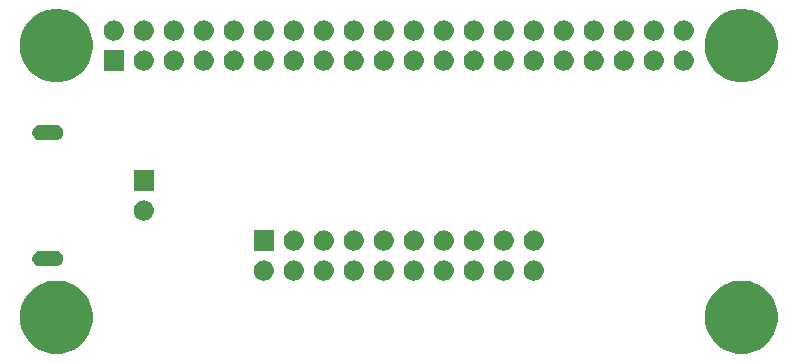
<source format=gbr>
G04 #@! TF.GenerationSoftware,KiCad,Pcbnew,5.0.2-bee76a0~70~ubuntu18.04.1*
G04 #@! TF.CreationDate,2019-03-14T22:23:38-04:00*
G04 #@! TF.ProjectId,rpi-rgb-led-matrix-zero,7270692d-7267-4622-9d6c-65642d6d6174,rev?*
G04 #@! TF.SameCoordinates,Original*
G04 #@! TF.FileFunction,Soldermask,Top*
G04 #@! TF.FilePolarity,Negative*
%FSLAX46Y46*%
G04 Gerber Fmt 4.6, Leading zero omitted, Abs format (unit mm)*
G04 Created by KiCad (PCBNEW 5.0.2-bee76a0~70~ubuntu18.04.1) date Thu 14 Mar 2019 22:23:38 EDT*
%MOMM*%
%LPD*%
G01*
G04 APERTURE LIST*
%ADD10C,0.100000*%
G04 APERTURE END LIST*
D10*
G36*
X53834599Y-18709421D02*
X54034237Y-18749131D01*
X54598401Y-18982815D01*
X55106135Y-19322072D01*
X55537928Y-19753865D01*
X55877185Y-20261599D01*
X56110869Y-20825763D01*
X56230000Y-21424677D01*
X56230000Y-22035323D01*
X56110869Y-22634237D01*
X55877185Y-23198401D01*
X55537928Y-23706135D01*
X55106135Y-24137928D01*
X54598401Y-24477185D01*
X54034237Y-24710869D01*
X53834599Y-24750579D01*
X53435325Y-24830000D01*
X52824675Y-24830000D01*
X52425401Y-24750579D01*
X52225763Y-24710869D01*
X51661599Y-24477185D01*
X51153865Y-24137928D01*
X50722072Y-23706135D01*
X50382815Y-23198401D01*
X50149131Y-22634237D01*
X50030000Y-22035323D01*
X50030000Y-21424677D01*
X50149131Y-20825763D01*
X50382815Y-20261599D01*
X50722072Y-19753865D01*
X51153865Y-19322072D01*
X51661599Y-18982815D01*
X52225763Y-18749131D01*
X52425401Y-18709421D01*
X52824675Y-18630000D01*
X53435325Y-18630000D01*
X53834599Y-18709421D01*
X53834599Y-18709421D01*
G37*
G36*
X-4165401Y-18709421D02*
X-3965763Y-18749131D01*
X-3401599Y-18982815D01*
X-2893865Y-19322072D01*
X-2462072Y-19753865D01*
X-2122815Y-20261599D01*
X-1889131Y-20825763D01*
X-1770000Y-21424677D01*
X-1770000Y-22035323D01*
X-1889131Y-22634237D01*
X-2122815Y-23198401D01*
X-2462072Y-23706135D01*
X-2893865Y-24137928D01*
X-3401599Y-24477185D01*
X-3965763Y-24710869D01*
X-4165401Y-24750579D01*
X-4564675Y-24830000D01*
X-5175325Y-24830000D01*
X-5574599Y-24750579D01*
X-5774237Y-24710869D01*
X-6338401Y-24477185D01*
X-6846135Y-24137928D01*
X-7277928Y-23706135D01*
X-7617185Y-23198401D01*
X-7850869Y-22634237D01*
X-7970000Y-22035323D01*
X-7970000Y-21424677D01*
X-7850869Y-20825763D01*
X-7617185Y-20261599D01*
X-7277928Y-19753865D01*
X-6846135Y-19322072D01*
X-6338401Y-18982815D01*
X-5774237Y-18749131D01*
X-5574599Y-18709421D01*
X-5175325Y-18630000D01*
X-4564675Y-18630000D01*
X-4165401Y-18709421D01*
X-4165401Y-18709421D01*
G37*
G36*
X17946630Y-16942299D02*
X18106855Y-16990903D01*
X18254520Y-17069831D01*
X18383949Y-17176051D01*
X18490169Y-17305480D01*
X18569097Y-17453145D01*
X18617701Y-17613370D01*
X18634112Y-17780000D01*
X18617701Y-17946630D01*
X18569097Y-18106855D01*
X18490169Y-18254520D01*
X18383949Y-18383949D01*
X18254520Y-18490169D01*
X18106855Y-18569097D01*
X17946630Y-18617701D01*
X17821752Y-18630000D01*
X17738248Y-18630000D01*
X17613370Y-18617701D01*
X17453145Y-18569097D01*
X17305480Y-18490169D01*
X17176051Y-18383949D01*
X17069831Y-18254520D01*
X16990903Y-18106855D01*
X16942299Y-17946630D01*
X16925888Y-17780000D01*
X16942299Y-17613370D01*
X16990903Y-17453145D01*
X17069831Y-17305480D01*
X17176051Y-17176051D01*
X17305480Y-17069831D01*
X17453145Y-16990903D01*
X17613370Y-16942299D01*
X17738248Y-16930000D01*
X17821752Y-16930000D01*
X17946630Y-16942299D01*
X17946630Y-16942299D01*
G37*
G36*
X12866630Y-16942299D02*
X13026855Y-16990903D01*
X13174520Y-17069831D01*
X13303949Y-17176051D01*
X13410169Y-17305480D01*
X13489097Y-17453145D01*
X13537701Y-17613370D01*
X13554112Y-17780000D01*
X13537701Y-17946630D01*
X13489097Y-18106855D01*
X13410169Y-18254520D01*
X13303949Y-18383949D01*
X13174520Y-18490169D01*
X13026855Y-18569097D01*
X12866630Y-18617701D01*
X12741752Y-18630000D01*
X12658248Y-18630000D01*
X12533370Y-18617701D01*
X12373145Y-18569097D01*
X12225480Y-18490169D01*
X12096051Y-18383949D01*
X11989831Y-18254520D01*
X11910903Y-18106855D01*
X11862299Y-17946630D01*
X11845888Y-17780000D01*
X11862299Y-17613370D01*
X11910903Y-17453145D01*
X11989831Y-17305480D01*
X12096051Y-17176051D01*
X12225480Y-17069831D01*
X12373145Y-16990903D01*
X12533370Y-16942299D01*
X12658248Y-16930000D01*
X12741752Y-16930000D01*
X12866630Y-16942299D01*
X12866630Y-16942299D01*
G37*
G36*
X15406630Y-16942299D02*
X15566855Y-16990903D01*
X15714520Y-17069831D01*
X15843949Y-17176051D01*
X15950169Y-17305480D01*
X16029097Y-17453145D01*
X16077701Y-17613370D01*
X16094112Y-17780000D01*
X16077701Y-17946630D01*
X16029097Y-18106855D01*
X15950169Y-18254520D01*
X15843949Y-18383949D01*
X15714520Y-18490169D01*
X15566855Y-18569097D01*
X15406630Y-18617701D01*
X15281752Y-18630000D01*
X15198248Y-18630000D01*
X15073370Y-18617701D01*
X14913145Y-18569097D01*
X14765480Y-18490169D01*
X14636051Y-18383949D01*
X14529831Y-18254520D01*
X14450903Y-18106855D01*
X14402299Y-17946630D01*
X14385888Y-17780000D01*
X14402299Y-17613370D01*
X14450903Y-17453145D01*
X14529831Y-17305480D01*
X14636051Y-17176051D01*
X14765480Y-17069831D01*
X14913145Y-16990903D01*
X15073370Y-16942299D01*
X15198248Y-16930000D01*
X15281752Y-16930000D01*
X15406630Y-16942299D01*
X15406630Y-16942299D01*
G37*
G36*
X20486630Y-16942299D02*
X20646855Y-16990903D01*
X20794520Y-17069831D01*
X20923949Y-17176051D01*
X21030169Y-17305480D01*
X21109097Y-17453145D01*
X21157701Y-17613370D01*
X21174112Y-17780000D01*
X21157701Y-17946630D01*
X21109097Y-18106855D01*
X21030169Y-18254520D01*
X20923949Y-18383949D01*
X20794520Y-18490169D01*
X20646855Y-18569097D01*
X20486630Y-18617701D01*
X20361752Y-18630000D01*
X20278248Y-18630000D01*
X20153370Y-18617701D01*
X19993145Y-18569097D01*
X19845480Y-18490169D01*
X19716051Y-18383949D01*
X19609831Y-18254520D01*
X19530903Y-18106855D01*
X19482299Y-17946630D01*
X19465888Y-17780000D01*
X19482299Y-17613370D01*
X19530903Y-17453145D01*
X19609831Y-17305480D01*
X19716051Y-17176051D01*
X19845480Y-17069831D01*
X19993145Y-16990903D01*
X20153370Y-16942299D01*
X20278248Y-16930000D01*
X20361752Y-16930000D01*
X20486630Y-16942299D01*
X20486630Y-16942299D01*
G37*
G36*
X23026630Y-16942299D02*
X23186855Y-16990903D01*
X23334520Y-17069831D01*
X23463949Y-17176051D01*
X23570169Y-17305480D01*
X23649097Y-17453145D01*
X23697701Y-17613370D01*
X23714112Y-17780000D01*
X23697701Y-17946630D01*
X23649097Y-18106855D01*
X23570169Y-18254520D01*
X23463949Y-18383949D01*
X23334520Y-18490169D01*
X23186855Y-18569097D01*
X23026630Y-18617701D01*
X22901752Y-18630000D01*
X22818248Y-18630000D01*
X22693370Y-18617701D01*
X22533145Y-18569097D01*
X22385480Y-18490169D01*
X22256051Y-18383949D01*
X22149831Y-18254520D01*
X22070903Y-18106855D01*
X22022299Y-17946630D01*
X22005888Y-17780000D01*
X22022299Y-17613370D01*
X22070903Y-17453145D01*
X22149831Y-17305480D01*
X22256051Y-17176051D01*
X22385480Y-17069831D01*
X22533145Y-16990903D01*
X22693370Y-16942299D01*
X22818248Y-16930000D01*
X22901752Y-16930000D01*
X23026630Y-16942299D01*
X23026630Y-16942299D01*
G37*
G36*
X25566630Y-16942299D02*
X25726855Y-16990903D01*
X25874520Y-17069831D01*
X26003949Y-17176051D01*
X26110169Y-17305480D01*
X26189097Y-17453145D01*
X26237701Y-17613370D01*
X26254112Y-17780000D01*
X26237701Y-17946630D01*
X26189097Y-18106855D01*
X26110169Y-18254520D01*
X26003949Y-18383949D01*
X25874520Y-18490169D01*
X25726855Y-18569097D01*
X25566630Y-18617701D01*
X25441752Y-18630000D01*
X25358248Y-18630000D01*
X25233370Y-18617701D01*
X25073145Y-18569097D01*
X24925480Y-18490169D01*
X24796051Y-18383949D01*
X24689831Y-18254520D01*
X24610903Y-18106855D01*
X24562299Y-17946630D01*
X24545888Y-17780000D01*
X24562299Y-17613370D01*
X24610903Y-17453145D01*
X24689831Y-17305480D01*
X24796051Y-17176051D01*
X24925480Y-17069831D01*
X25073145Y-16990903D01*
X25233370Y-16942299D01*
X25358248Y-16930000D01*
X25441752Y-16930000D01*
X25566630Y-16942299D01*
X25566630Y-16942299D01*
G37*
G36*
X30646630Y-16942299D02*
X30806855Y-16990903D01*
X30954520Y-17069831D01*
X31083949Y-17176051D01*
X31190169Y-17305480D01*
X31269097Y-17453145D01*
X31317701Y-17613370D01*
X31334112Y-17780000D01*
X31317701Y-17946630D01*
X31269097Y-18106855D01*
X31190169Y-18254520D01*
X31083949Y-18383949D01*
X30954520Y-18490169D01*
X30806855Y-18569097D01*
X30646630Y-18617701D01*
X30521752Y-18630000D01*
X30438248Y-18630000D01*
X30313370Y-18617701D01*
X30153145Y-18569097D01*
X30005480Y-18490169D01*
X29876051Y-18383949D01*
X29769831Y-18254520D01*
X29690903Y-18106855D01*
X29642299Y-17946630D01*
X29625888Y-17780000D01*
X29642299Y-17613370D01*
X29690903Y-17453145D01*
X29769831Y-17305480D01*
X29876051Y-17176051D01*
X30005480Y-17069831D01*
X30153145Y-16990903D01*
X30313370Y-16942299D01*
X30438248Y-16930000D01*
X30521752Y-16930000D01*
X30646630Y-16942299D01*
X30646630Y-16942299D01*
G37*
G36*
X33186630Y-16942299D02*
X33346855Y-16990903D01*
X33494520Y-17069831D01*
X33623949Y-17176051D01*
X33730169Y-17305480D01*
X33809097Y-17453145D01*
X33857701Y-17613370D01*
X33874112Y-17780000D01*
X33857701Y-17946630D01*
X33809097Y-18106855D01*
X33730169Y-18254520D01*
X33623949Y-18383949D01*
X33494520Y-18490169D01*
X33346855Y-18569097D01*
X33186630Y-18617701D01*
X33061752Y-18630000D01*
X32978248Y-18630000D01*
X32853370Y-18617701D01*
X32693145Y-18569097D01*
X32545480Y-18490169D01*
X32416051Y-18383949D01*
X32309831Y-18254520D01*
X32230903Y-18106855D01*
X32182299Y-17946630D01*
X32165888Y-17780000D01*
X32182299Y-17613370D01*
X32230903Y-17453145D01*
X32309831Y-17305480D01*
X32416051Y-17176051D01*
X32545480Y-17069831D01*
X32693145Y-16990903D01*
X32853370Y-16942299D01*
X32978248Y-16930000D01*
X33061752Y-16930000D01*
X33186630Y-16942299D01*
X33186630Y-16942299D01*
G37*
G36*
X35726630Y-16942299D02*
X35886855Y-16990903D01*
X36034520Y-17069831D01*
X36163949Y-17176051D01*
X36270169Y-17305480D01*
X36349097Y-17453145D01*
X36397701Y-17613370D01*
X36414112Y-17780000D01*
X36397701Y-17946630D01*
X36349097Y-18106855D01*
X36270169Y-18254520D01*
X36163949Y-18383949D01*
X36034520Y-18490169D01*
X35886855Y-18569097D01*
X35726630Y-18617701D01*
X35601752Y-18630000D01*
X35518248Y-18630000D01*
X35393370Y-18617701D01*
X35233145Y-18569097D01*
X35085480Y-18490169D01*
X34956051Y-18383949D01*
X34849831Y-18254520D01*
X34770903Y-18106855D01*
X34722299Y-17946630D01*
X34705888Y-17780000D01*
X34722299Y-17613370D01*
X34770903Y-17453145D01*
X34849831Y-17305480D01*
X34956051Y-17176051D01*
X35085480Y-17069831D01*
X35233145Y-16990903D01*
X35393370Y-16942299D01*
X35518248Y-16930000D01*
X35601752Y-16930000D01*
X35726630Y-16942299D01*
X35726630Y-16942299D01*
G37*
G36*
X28106630Y-16942299D02*
X28266855Y-16990903D01*
X28414520Y-17069831D01*
X28543949Y-17176051D01*
X28650169Y-17305480D01*
X28729097Y-17453145D01*
X28777701Y-17613370D01*
X28794112Y-17780000D01*
X28777701Y-17946630D01*
X28729097Y-18106855D01*
X28650169Y-18254520D01*
X28543949Y-18383949D01*
X28414520Y-18490169D01*
X28266855Y-18569097D01*
X28106630Y-18617701D01*
X27981752Y-18630000D01*
X27898248Y-18630000D01*
X27773370Y-18617701D01*
X27613145Y-18569097D01*
X27465480Y-18490169D01*
X27336051Y-18383949D01*
X27229831Y-18254520D01*
X27150903Y-18106855D01*
X27102299Y-17946630D01*
X27085888Y-17780000D01*
X27102299Y-17613370D01*
X27150903Y-17453145D01*
X27229831Y-17305480D01*
X27336051Y-17176051D01*
X27465480Y-17069831D01*
X27613145Y-16990903D01*
X27773370Y-16942299D01*
X27898248Y-16930000D01*
X27981752Y-16930000D01*
X28106630Y-16942299D01*
X28106630Y-16942299D01*
G37*
G36*
X-4822514Y-16122229D02*
X-4810577Y-16123405D01*
X-4749315Y-16141989D01*
X-4688052Y-16160573D01*
X-4575132Y-16220930D01*
X-4476157Y-16302157D01*
X-4394930Y-16401132D01*
X-4334573Y-16514052D01*
X-4297405Y-16636578D01*
X-4284855Y-16764000D01*
X-4296280Y-16879998D01*
X-4297405Y-16891423D01*
X-4312838Y-16942299D01*
X-4334573Y-17013948D01*
X-4394930Y-17126868D01*
X-4476157Y-17225843D01*
X-4575132Y-17307070D01*
X-4688052Y-17367427D01*
X-4749315Y-17386011D01*
X-4810577Y-17404595D01*
X-4822514Y-17405771D01*
X-4906068Y-17414000D01*
X-6269932Y-17414000D01*
X-6353486Y-17405771D01*
X-6365423Y-17404595D01*
X-6426685Y-17386011D01*
X-6487948Y-17367427D01*
X-6600868Y-17307070D01*
X-6699843Y-17225843D01*
X-6781070Y-17126868D01*
X-6841427Y-17013948D01*
X-6863162Y-16942299D01*
X-6878595Y-16891423D01*
X-6879720Y-16879998D01*
X-6891145Y-16764000D01*
X-6878595Y-16636578D01*
X-6841427Y-16514052D01*
X-6781070Y-16401132D01*
X-6699843Y-16302157D01*
X-6600868Y-16220930D01*
X-6487948Y-16160573D01*
X-6426685Y-16141989D01*
X-6365423Y-16123405D01*
X-6353486Y-16122229D01*
X-6269932Y-16114000D01*
X-4906068Y-16114000D01*
X-4822514Y-16122229D01*
X-4822514Y-16122229D01*
G37*
G36*
X20486630Y-14402299D02*
X20646855Y-14450903D01*
X20794520Y-14529831D01*
X20923949Y-14636051D01*
X21030169Y-14765480D01*
X21109097Y-14913145D01*
X21157701Y-15073370D01*
X21174112Y-15240000D01*
X21157701Y-15406630D01*
X21109097Y-15566855D01*
X21030169Y-15714520D01*
X20923949Y-15843949D01*
X20794520Y-15950169D01*
X20646855Y-16029097D01*
X20486630Y-16077701D01*
X20361752Y-16090000D01*
X20278248Y-16090000D01*
X20153370Y-16077701D01*
X19993145Y-16029097D01*
X19845480Y-15950169D01*
X19716051Y-15843949D01*
X19609831Y-15714520D01*
X19530903Y-15566855D01*
X19482299Y-15406630D01*
X19465888Y-15240000D01*
X19482299Y-15073370D01*
X19530903Y-14913145D01*
X19609831Y-14765480D01*
X19716051Y-14636051D01*
X19845480Y-14529831D01*
X19993145Y-14450903D01*
X20153370Y-14402299D01*
X20278248Y-14390000D01*
X20361752Y-14390000D01*
X20486630Y-14402299D01*
X20486630Y-14402299D01*
G37*
G36*
X13550000Y-16090000D02*
X11850000Y-16090000D01*
X11850000Y-14390000D01*
X13550000Y-14390000D01*
X13550000Y-16090000D01*
X13550000Y-16090000D01*
G37*
G36*
X15406630Y-14402299D02*
X15566855Y-14450903D01*
X15714520Y-14529831D01*
X15843949Y-14636051D01*
X15950169Y-14765480D01*
X16029097Y-14913145D01*
X16077701Y-15073370D01*
X16094112Y-15240000D01*
X16077701Y-15406630D01*
X16029097Y-15566855D01*
X15950169Y-15714520D01*
X15843949Y-15843949D01*
X15714520Y-15950169D01*
X15566855Y-16029097D01*
X15406630Y-16077701D01*
X15281752Y-16090000D01*
X15198248Y-16090000D01*
X15073370Y-16077701D01*
X14913145Y-16029097D01*
X14765480Y-15950169D01*
X14636051Y-15843949D01*
X14529831Y-15714520D01*
X14450903Y-15566855D01*
X14402299Y-15406630D01*
X14385888Y-15240000D01*
X14402299Y-15073370D01*
X14450903Y-14913145D01*
X14529831Y-14765480D01*
X14636051Y-14636051D01*
X14765480Y-14529831D01*
X14913145Y-14450903D01*
X15073370Y-14402299D01*
X15198248Y-14390000D01*
X15281752Y-14390000D01*
X15406630Y-14402299D01*
X15406630Y-14402299D01*
G37*
G36*
X17946630Y-14402299D02*
X18106855Y-14450903D01*
X18254520Y-14529831D01*
X18383949Y-14636051D01*
X18490169Y-14765480D01*
X18569097Y-14913145D01*
X18617701Y-15073370D01*
X18634112Y-15240000D01*
X18617701Y-15406630D01*
X18569097Y-15566855D01*
X18490169Y-15714520D01*
X18383949Y-15843949D01*
X18254520Y-15950169D01*
X18106855Y-16029097D01*
X17946630Y-16077701D01*
X17821752Y-16090000D01*
X17738248Y-16090000D01*
X17613370Y-16077701D01*
X17453145Y-16029097D01*
X17305480Y-15950169D01*
X17176051Y-15843949D01*
X17069831Y-15714520D01*
X16990903Y-15566855D01*
X16942299Y-15406630D01*
X16925888Y-15240000D01*
X16942299Y-15073370D01*
X16990903Y-14913145D01*
X17069831Y-14765480D01*
X17176051Y-14636051D01*
X17305480Y-14529831D01*
X17453145Y-14450903D01*
X17613370Y-14402299D01*
X17738248Y-14390000D01*
X17821752Y-14390000D01*
X17946630Y-14402299D01*
X17946630Y-14402299D01*
G37*
G36*
X23026630Y-14402299D02*
X23186855Y-14450903D01*
X23334520Y-14529831D01*
X23463949Y-14636051D01*
X23570169Y-14765480D01*
X23649097Y-14913145D01*
X23697701Y-15073370D01*
X23714112Y-15240000D01*
X23697701Y-15406630D01*
X23649097Y-15566855D01*
X23570169Y-15714520D01*
X23463949Y-15843949D01*
X23334520Y-15950169D01*
X23186855Y-16029097D01*
X23026630Y-16077701D01*
X22901752Y-16090000D01*
X22818248Y-16090000D01*
X22693370Y-16077701D01*
X22533145Y-16029097D01*
X22385480Y-15950169D01*
X22256051Y-15843949D01*
X22149831Y-15714520D01*
X22070903Y-15566855D01*
X22022299Y-15406630D01*
X22005888Y-15240000D01*
X22022299Y-15073370D01*
X22070903Y-14913145D01*
X22149831Y-14765480D01*
X22256051Y-14636051D01*
X22385480Y-14529831D01*
X22533145Y-14450903D01*
X22693370Y-14402299D01*
X22818248Y-14390000D01*
X22901752Y-14390000D01*
X23026630Y-14402299D01*
X23026630Y-14402299D01*
G37*
G36*
X25566630Y-14402299D02*
X25726855Y-14450903D01*
X25874520Y-14529831D01*
X26003949Y-14636051D01*
X26110169Y-14765480D01*
X26189097Y-14913145D01*
X26237701Y-15073370D01*
X26254112Y-15240000D01*
X26237701Y-15406630D01*
X26189097Y-15566855D01*
X26110169Y-15714520D01*
X26003949Y-15843949D01*
X25874520Y-15950169D01*
X25726855Y-16029097D01*
X25566630Y-16077701D01*
X25441752Y-16090000D01*
X25358248Y-16090000D01*
X25233370Y-16077701D01*
X25073145Y-16029097D01*
X24925480Y-15950169D01*
X24796051Y-15843949D01*
X24689831Y-15714520D01*
X24610903Y-15566855D01*
X24562299Y-15406630D01*
X24545888Y-15240000D01*
X24562299Y-15073370D01*
X24610903Y-14913145D01*
X24689831Y-14765480D01*
X24796051Y-14636051D01*
X24925480Y-14529831D01*
X25073145Y-14450903D01*
X25233370Y-14402299D01*
X25358248Y-14390000D01*
X25441752Y-14390000D01*
X25566630Y-14402299D01*
X25566630Y-14402299D01*
G37*
G36*
X28106630Y-14402299D02*
X28266855Y-14450903D01*
X28414520Y-14529831D01*
X28543949Y-14636051D01*
X28650169Y-14765480D01*
X28729097Y-14913145D01*
X28777701Y-15073370D01*
X28794112Y-15240000D01*
X28777701Y-15406630D01*
X28729097Y-15566855D01*
X28650169Y-15714520D01*
X28543949Y-15843949D01*
X28414520Y-15950169D01*
X28266855Y-16029097D01*
X28106630Y-16077701D01*
X27981752Y-16090000D01*
X27898248Y-16090000D01*
X27773370Y-16077701D01*
X27613145Y-16029097D01*
X27465480Y-15950169D01*
X27336051Y-15843949D01*
X27229831Y-15714520D01*
X27150903Y-15566855D01*
X27102299Y-15406630D01*
X27085888Y-15240000D01*
X27102299Y-15073370D01*
X27150903Y-14913145D01*
X27229831Y-14765480D01*
X27336051Y-14636051D01*
X27465480Y-14529831D01*
X27613145Y-14450903D01*
X27773370Y-14402299D01*
X27898248Y-14390000D01*
X27981752Y-14390000D01*
X28106630Y-14402299D01*
X28106630Y-14402299D01*
G37*
G36*
X33186630Y-14402299D02*
X33346855Y-14450903D01*
X33494520Y-14529831D01*
X33623949Y-14636051D01*
X33730169Y-14765480D01*
X33809097Y-14913145D01*
X33857701Y-15073370D01*
X33874112Y-15240000D01*
X33857701Y-15406630D01*
X33809097Y-15566855D01*
X33730169Y-15714520D01*
X33623949Y-15843949D01*
X33494520Y-15950169D01*
X33346855Y-16029097D01*
X33186630Y-16077701D01*
X33061752Y-16090000D01*
X32978248Y-16090000D01*
X32853370Y-16077701D01*
X32693145Y-16029097D01*
X32545480Y-15950169D01*
X32416051Y-15843949D01*
X32309831Y-15714520D01*
X32230903Y-15566855D01*
X32182299Y-15406630D01*
X32165888Y-15240000D01*
X32182299Y-15073370D01*
X32230903Y-14913145D01*
X32309831Y-14765480D01*
X32416051Y-14636051D01*
X32545480Y-14529831D01*
X32693145Y-14450903D01*
X32853370Y-14402299D01*
X32978248Y-14390000D01*
X33061752Y-14390000D01*
X33186630Y-14402299D01*
X33186630Y-14402299D01*
G37*
G36*
X35726630Y-14402299D02*
X35886855Y-14450903D01*
X36034520Y-14529831D01*
X36163949Y-14636051D01*
X36270169Y-14765480D01*
X36349097Y-14913145D01*
X36397701Y-15073370D01*
X36414112Y-15240000D01*
X36397701Y-15406630D01*
X36349097Y-15566855D01*
X36270169Y-15714520D01*
X36163949Y-15843949D01*
X36034520Y-15950169D01*
X35886855Y-16029097D01*
X35726630Y-16077701D01*
X35601752Y-16090000D01*
X35518248Y-16090000D01*
X35393370Y-16077701D01*
X35233145Y-16029097D01*
X35085480Y-15950169D01*
X34956051Y-15843949D01*
X34849831Y-15714520D01*
X34770903Y-15566855D01*
X34722299Y-15406630D01*
X34705888Y-15240000D01*
X34722299Y-15073370D01*
X34770903Y-14913145D01*
X34849831Y-14765480D01*
X34956051Y-14636051D01*
X35085480Y-14529831D01*
X35233145Y-14450903D01*
X35393370Y-14402299D01*
X35518248Y-14390000D01*
X35601752Y-14390000D01*
X35726630Y-14402299D01*
X35726630Y-14402299D01*
G37*
G36*
X30646630Y-14402299D02*
X30806855Y-14450903D01*
X30954520Y-14529831D01*
X31083949Y-14636051D01*
X31190169Y-14765480D01*
X31269097Y-14913145D01*
X31317701Y-15073370D01*
X31334112Y-15240000D01*
X31317701Y-15406630D01*
X31269097Y-15566855D01*
X31190169Y-15714520D01*
X31083949Y-15843949D01*
X30954520Y-15950169D01*
X30806855Y-16029097D01*
X30646630Y-16077701D01*
X30521752Y-16090000D01*
X30438248Y-16090000D01*
X30313370Y-16077701D01*
X30153145Y-16029097D01*
X30005480Y-15950169D01*
X29876051Y-15843949D01*
X29769831Y-15714520D01*
X29690903Y-15566855D01*
X29642299Y-15406630D01*
X29625888Y-15240000D01*
X29642299Y-15073370D01*
X29690903Y-14913145D01*
X29769831Y-14765480D01*
X29876051Y-14636051D01*
X30005480Y-14529831D01*
X30153145Y-14450903D01*
X30313370Y-14402299D01*
X30438248Y-14390000D01*
X30521752Y-14390000D01*
X30646630Y-14402299D01*
X30646630Y-14402299D01*
G37*
G36*
X2706630Y-11862299D02*
X2866855Y-11910903D01*
X3014520Y-11989831D01*
X3143949Y-12096051D01*
X3250169Y-12225480D01*
X3329097Y-12373145D01*
X3377701Y-12533370D01*
X3394112Y-12700000D01*
X3377701Y-12866630D01*
X3329097Y-13026855D01*
X3250169Y-13174520D01*
X3143949Y-13303949D01*
X3014520Y-13410169D01*
X2866855Y-13489097D01*
X2706630Y-13537701D01*
X2581752Y-13550000D01*
X2498248Y-13550000D01*
X2373370Y-13537701D01*
X2213145Y-13489097D01*
X2065480Y-13410169D01*
X1936051Y-13303949D01*
X1829831Y-13174520D01*
X1750903Y-13026855D01*
X1702299Y-12866630D01*
X1685888Y-12700000D01*
X1702299Y-12533370D01*
X1750903Y-12373145D01*
X1829831Y-12225480D01*
X1936051Y-12096051D01*
X2065480Y-11989831D01*
X2213145Y-11910903D01*
X2373370Y-11862299D01*
X2498248Y-11850000D01*
X2581752Y-11850000D01*
X2706630Y-11862299D01*
X2706630Y-11862299D01*
G37*
G36*
X3390000Y-11010000D02*
X1690000Y-11010000D01*
X1690000Y-9310000D01*
X3390000Y-9310000D01*
X3390000Y-11010000D01*
X3390000Y-11010000D01*
G37*
G36*
X-4822514Y-5454229D02*
X-4810577Y-5455405D01*
X-4749315Y-5473989D01*
X-4688052Y-5492573D01*
X-4575132Y-5552930D01*
X-4476157Y-5634157D01*
X-4394930Y-5733132D01*
X-4334573Y-5846052D01*
X-4297405Y-5968578D01*
X-4284855Y-6096000D01*
X-4297405Y-6223422D01*
X-4334573Y-6345948D01*
X-4394930Y-6458868D01*
X-4476157Y-6557843D01*
X-4575132Y-6639070D01*
X-4688052Y-6699427D01*
X-4749315Y-6718011D01*
X-4810577Y-6736595D01*
X-4822514Y-6737771D01*
X-4906068Y-6746000D01*
X-6269932Y-6746000D01*
X-6353486Y-6737771D01*
X-6365423Y-6736595D01*
X-6426685Y-6718011D01*
X-6487948Y-6699427D01*
X-6600868Y-6639070D01*
X-6699843Y-6557843D01*
X-6781070Y-6458868D01*
X-6841427Y-6345948D01*
X-6878595Y-6223422D01*
X-6891145Y-6096000D01*
X-6878595Y-5968578D01*
X-6841427Y-5846052D01*
X-6781070Y-5733132D01*
X-6699843Y-5634157D01*
X-6600868Y-5552930D01*
X-6487948Y-5492573D01*
X-6426685Y-5473989D01*
X-6365423Y-5455405D01*
X-6353486Y-5454229D01*
X-6269932Y-5446000D01*
X-4906068Y-5446000D01*
X-4822514Y-5454229D01*
X-4822514Y-5454229D01*
G37*
G36*
X-4165401Y4290579D02*
X-3965763Y4250869D01*
X-3401599Y4017185D01*
X-2893865Y3677928D01*
X-2462072Y3246135D01*
X-2122815Y2738401D01*
X-1889131Y2174237D01*
X-1889131Y2174236D01*
X-1770000Y1575325D01*
X-1770000Y964675D01*
X-1820625Y710168D01*
X-1889131Y365763D01*
X-2122815Y-198401D01*
X-2462072Y-706135D01*
X-2893865Y-1137928D01*
X-3401599Y-1477185D01*
X-3965763Y-1710869D01*
X-4165401Y-1750579D01*
X-4564675Y-1830000D01*
X-5175325Y-1830000D01*
X-5574599Y-1750579D01*
X-5774237Y-1710869D01*
X-6338401Y-1477185D01*
X-6846135Y-1137928D01*
X-7277928Y-706135D01*
X-7617185Y-198401D01*
X-7850869Y365763D01*
X-7919375Y710168D01*
X-7970000Y964675D01*
X-7970000Y1575325D01*
X-7850869Y2174236D01*
X-7850869Y2174237D01*
X-7617185Y2738401D01*
X-7277928Y3246135D01*
X-6846135Y3677928D01*
X-6338401Y4017185D01*
X-5774237Y4250869D01*
X-5574599Y4290579D01*
X-5175325Y4370000D01*
X-4564675Y4370000D01*
X-4165401Y4290579D01*
X-4165401Y4290579D01*
G37*
G36*
X53834599Y4290579D02*
X54034237Y4250869D01*
X54598401Y4017185D01*
X55106135Y3677928D01*
X55537928Y3246135D01*
X55877185Y2738401D01*
X56110869Y2174237D01*
X56110869Y2174236D01*
X56230000Y1575325D01*
X56230000Y964675D01*
X56179375Y710168D01*
X56110869Y365763D01*
X55877185Y-198401D01*
X55537928Y-706135D01*
X55106135Y-1137928D01*
X54598401Y-1477185D01*
X54034237Y-1710869D01*
X53834599Y-1750579D01*
X53435325Y-1830000D01*
X52824675Y-1830000D01*
X52425401Y-1750579D01*
X52225763Y-1710869D01*
X51661599Y-1477185D01*
X51153865Y-1137928D01*
X50722072Y-706135D01*
X50382815Y-198401D01*
X50149131Y365763D01*
X50080625Y710168D01*
X50030000Y964675D01*
X50030000Y1575325D01*
X50149131Y2174236D01*
X50149131Y2174237D01*
X50382815Y2738401D01*
X50722072Y3246135D01*
X51153865Y3677928D01*
X51661599Y4017185D01*
X52225763Y4250869D01*
X52425401Y4290579D01*
X52824675Y4370000D01*
X53435325Y4370000D01*
X53834599Y4290579D01*
X53834599Y4290579D01*
G37*
G36*
X48426630Y837701D02*
X48586855Y789097D01*
X48734520Y710169D01*
X48863949Y603949D01*
X48970169Y474520D01*
X49049097Y326855D01*
X49097701Y166630D01*
X49114112Y0D01*
X49097701Y-166630D01*
X49049097Y-326855D01*
X48970169Y-474520D01*
X48863949Y-603949D01*
X48734520Y-710169D01*
X48586855Y-789097D01*
X48426630Y-837701D01*
X48301752Y-850000D01*
X48218248Y-850000D01*
X48093370Y-837701D01*
X47933145Y-789097D01*
X47785480Y-710169D01*
X47656051Y-603949D01*
X47549831Y-474520D01*
X47470903Y-326855D01*
X47422299Y-166630D01*
X47405888Y0D01*
X47422299Y166630D01*
X47470903Y326855D01*
X47549831Y474520D01*
X47656051Y603949D01*
X47785480Y710169D01*
X47933145Y789097D01*
X48093370Y837701D01*
X48218248Y850000D01*
X48301752Y850000D01*
X48426630Y837701D01*
X48426630Y837701D01*
G37*
G36*
X28106630Y837701D02*
X28266855Y789097D01*
X28414520Y710169D01*
X28543949Y603949D01*
X28650169Y474520D01*
X28729097Y326855D01*
X28777701Y166630D01*
X28794112Y0D01*
X28777701Y-166630D01*
X28729097Y-326855D01*
X28650169Y-474520D01*
X28543949Y-603949D01*
X28414520Y-710169D01*
X28266855Y-789097D01*
X28106630Y-837701D01*
X27981752Y-850000D01*
X27898248Y-850000D01*
X27773370Y-837701D01*
X27613145Y-789097D01*
X27465480Y-710169D01*
X27336051Y-603949D01*
X27229831Y-474520D01*
X27150903Y-326855D01*
X27102299Y-166630D01*
X27085888Y0D01*
X27102299Y166630D01*
X27150903Y326855D01*
X27229831Y474520D01*
X27336051Y603949D01*
X27465480Y710169D01*
X27613145Y789097D01*
X27773370Y837701D01*
X27898248Y850000D01*
X27981752Y850000D01*
X28106630Y837701D01*
X28106630Y837701D01*
G37*
G36*
X30646630Y837701D02*
X30806855Y789097D01*
X30954520Y710169D01*
X31083949Y603949D01*
X31190169Y474520D01*
X31269097Y326855D01*
X31317701Y166630D01*
X31334112Y0D01*
X31317701Y-166630D01*
X31269097Y-326855D01*
X31190169Y-474520D01*
X31083949Y-603949D01*
X30954520Y-710169D01*
X30806855Y-789097D01*
X30646630Y-837701D01*
X30521752Y-850000D01*
X30438248Y-850000D01*
X30313370Y-837701D01*
X30153145Y-789097D01*
X30005480Y-710169D01*
X29876051Y-603949D01*
X29769831Y-474520D01*
X29690903Y-326855D01*
X29642299Y-166630D01*
X29625888Y0D01*
X29642299Y166630D01*
X29690903Y326855D01*
X29769831Y474520D01*
X29876051Y603949D01*
X30005480Y710169D01*
X30153145Y789097D01*
X30313370Y837701D01*
X30438248Y850000D01*
X30521752Y850000D01*
X30646630Y837701D01*
X30646630Y837701D01*
G37*
G36*
X33186630Y837701D02*
X33346855Y789097D01*
X33494520Y710169D01*
X33623949Y603949D01*
X33730169Y474520D01*
X33809097Y326855D01*
X33857701Y166630D01*
X33874112Y0D01*
X33857701Y-166630D01*
X33809097Y-326855D01*
X33730169Y-474520D01*
X33623949Y-603949D01*
X33494520Y-710169D01*
X33346855Y-789097D01*
X33186630Y-837701D01*
X33061752Y-850000D01*
X32978248Y-850000D01*
X32853370Y-837701D01*
X32693145Y-789097D01*
X32545480Y-710169D01*
X32416051Y-603949D01*
X32309831Y-474520D01*
X32230903Y-326855D01*
X32182299Y-166630D01*
X32165888Y0D01*
X32182299Y166630D01*
X32230903Y326855D01*
X32309831Y474520D01*
X32416051Y603949D01*
X32545480Y710169D01*
X32693145Y789097D01*
X32853370Y837701D01*
X32978248Y850000D01*
X33061752Y850000D01*
X33186630Y837701D01*
X33186630Y837701D01*
G37*
G36*
X35726630Y837701D02*
X35886855Y789097D01*
X36034520Y710169D01*
X36163949Y603949D01*
X36270169Y474520D01*
X36349097Y326855D01*
X36397701Y166630D01*
X36414112Y0D01*
X36397701Y-166630D01*
X36349097Y-326855D01*
X36270169Y-474520D01*
X36163949Y-603949D01*
X36034520Y-710169D01*
X35886855Y-789097D01*
X35726630Y-837701D01*
X35601752Y-850000D01*
X35518248Y-850000D01*
X35393370Y-837701D01*
X35233145Y-789097D01*
X35085480Y-710169D01*
X34956051Y-603949D01*
X34849831Y-474520D01*
X34770903Y-326855D01*
X34722299Y-166630D01*
X34705888Y0D01*
X34722299Y166630D01*
X34770903Y326855D01*
X34849831Y474520D01*
X34956051Y603949D01*
X35085480Y710169D01*
X35233145Y789097D01*
X35393370Y837701D01*
X35518248Y850000D01*
X35601752Y850000D01*
X35726630Y837701D01*
X35726630Y837701D01*
G37*
G36*
X38266630Y837701D02*
X38426855Y789097D01*
X38574520Y710169D01*
X38703949Y603949D01*
X38810169Y474520D01*
X38889097Y326855D01*
X38937701Y166630D01*
X38954112Y0D01*
X38937701Y-166630D01*
X38889097Y-326855D01*
X38810169Y-474520D01*
X38703949Y-603949D01*
X38574520Y-710169D01*
X38426855Y-789097D01*
X38266630Y-837701D01*
X38141752Y-850000D01*
X38058248Y-850000D01*
X37933370Y-837701D01*
X37773145Y-789097D01*
X37625480Y-710169D01*
X37496051Y-603949D01*
X37389831Y-474520D01*
X37310903Y-326855D01*
X37262299Y-166630D01*
X37245888Y0D01*
X37262299Y166630D01*
X37310903Y326855D01*
X37389831Y474520D01*
X37496051Y603949D01*
X37625480Y710169D01*
X37773145Y789097D01*
X37933370Y837701D01*
X38058248Y850000D01*
X38141752Y850000D01*
X38266630Y837701D01*
X38266630Y837701D01*
G37*
G36*
X40806630Y837701D02*
X40966855Y789097D01*
X41114520Y710169D01*
X41243949Y603949D01*
X41350169Y474520D01*
X41429097Y326855D01*
X41477701Y166630D01*
X41494112Y0D01*
X41477701Y-166630D01*
X41429097Y-326855D01*
X41350169Y-474520D01*
X41243949Y-603949D01*
X41114520Y-710169D01*
X40966855Y-789097D01*
X40806630Y-837701D01*
X40681752Y-850000D01*
X40598248Y-850000D01*
X40473370Y-837701D01*
X40313145Y-789097D01*
X40165480Y-710169D01*
X40036051Y-603949D01*
X39929831Y-474520D01*
X39850903Y-326855D01*
X39802299Y-166630D01*
X39785888Y0D01*
X39802299Y166630D01*
X39850903Y326855D01*
X39929831Y474520D01*
X40036051Y603949D01*
X40165480Y710169D01*
X40313145Y789097D01*
X40473370Y837701D01*
X40598248Y850000D01*
X40681752Y850000D01*
X40806630Y837701D01*
X40806630Y837701D01*
G37*
G36*
X43346630Y837701D02*
X43506855Y789097D01*
X43654520Y710169D01*
X43783949Y603949D01*
X43890169Y474520D01*
X43969097Y326855D01*
X44017701Y166630D01*
X44034112Y0D01*
X44017701Y-166630D01*
X43969097Y-326855D01*
X43890169Y-474520D01*
X43783949Y-603949D01*
X43654520Y-710169D01*
X43506855Y-789097D01*
X43346630Y-837701D01*
X43221752Y-850000D01*
X43138248Y-850000D01*
X43013370Y-837701D01*
X42853145Y-789097D01*
X42705480Y-710169D01*
X42576051Y-603949D01*
X42469831Y-474520D01*
X42390903Y-326855D01*
X42342299Y-166630D01*
X42325888Y0D01*
X42342299Y166630D01*
X42390903Y326855D01*
X42469831Y474520D01*
X42576051Y603949D01*
X42705480Y710169D01*
X42853145Y789097D01*
X43013370Y837701D01*
X43138248Y850000D01*
X43221752Y850000D01*
X43346630Y837701D01*
X43346630Y837701D01*
G37*
G36*
X45886630Y837701D02*
X46046855Y789097D01*
X46194520Y710169D01*
X46323949Y603949D01*
X46430169Y474520D01*
X46509097Y326855D01*
X46557701Y166630D01*
X46574112Y0D01*
X46557701Y-166630D01*
X46509097Y-326855D01*
X46430169Y-474520D01*
X46323949Y-603949D01*
X46194520Y-710169D01*
X46046855Y-789097D01*
X45886630Y-837701D01*
X45761752Y-850000D01*
X45678248Y-850000D01*
X45553370Y-837701D01*
X45393145Y-789097D01*
X45245480Y-710169D01*
X45116051Y-603949D01*
X45009831Y-474520D01*
X44930903Y-326855D01*
X44882299Y-166630D01*
X44865888Y0D01*
X44882299Y166630D01*
X44930903Y326855D01*
X45009831Y474520D01*
X45116051Y603949D01*
X45245480Y710169D01*
X45393145Y789097D01*
X45553370Y837701D01*
X45678248Y850000D01*
X45761752Y850000D01*
X45886630Y837701D01*
X45886630Y837701D01*
G37*
G36*
X12866630Y837701D02*
X13026855Y789097D01*
X13174520Y710169D01*
X13303949Y603949D01*
X13410169Y474520D01*
X13489097Y326855D01*
X13537701Y166630D01*
X13554112Y0D01*
X13537701Y-166630D01*
X13489097Y-326855D01*
X13410169Y-474520D01*
X13303949Y-603949D01*
X13174520Y-710169D01*
X13026855Y-789097D01*
X12866630Y-837701D01*
X12741752Y-850000D01*
X12658248Y-850000D01*
X12533370Y-837701D01*
X12373145Y-789097D01*
X12225480Y-710169D01*
X12096051Y-603949D01*
X11989831Y-474520D01*
X11910903Y-326855D01*
X11862299Y-166630D01*
X11845888Y0D01*
X11862299Y166630D01*
X11910903Y326855D01*
X11989831Y474520D01*
X12096051Y603949D01*
X12225480Y710169D01*
X12373145Y789097D01*
X12533370Y837701D01*
X12658248Y850000D01*
X12741752Y850000D01*
X12866630Y837701D01*
X12866630Y837701D01*
G37*
G36*
X23026630Y837701D02*
X23186855Y789097D01*
X23334520Y710169D01*
X23463949Y603949D01*
X23570169Y474520D01*
X23649097Y326855D01*
X23697701Y166630D01*
X23714112Y0D01*
X23697701Y-166630D01*
X23649097Y-326855D01*
X23570169Y-474520D01*
X23463949Y-603949D01*
X23334520Y-710169D01*
X23186855Y-789097D01*
X23026630Y-837701D01*
X22901752Y-850000D01*
X22818248Y-850000D01*
X22693370Y-837701D01*
X22533145Y-789097D01*
X22385480Y-710169D01*
X22256051Y-603949D01*
X22149831Y-474520D01*
X22070903Y-326855D01*
X22022299Y-166630D01*
X22005888Y0D01*
X22022299Y166630D01*
X22070903Y326855D01*
X22149831Y474520D01*
X22256051Y603949D01*
X22385480Y710169D01*
X22533145Y789097D01*
X22693370Y837701D01*
X22818248Y850000D01*
X22901752Y850000D01*
X23026630Y837701D01*
X23026630Y837701D01*
G37*
G36*
X15406630Y837701D02*
X15566855Y789097D01*
X15714520Y710169D01*
X15843949Y603949D01*
X15950169Y474520D01*
X16029097Y326855D01*
X16077701Y166630D01*
X16094112Y0D01*
X16077701Y-166630D01*
X16029097Y-326855D01*
X15950169Y-474520D01*
X15843949Y-603949D01*
X15714520Y-710169D01*
X15566855Y-789097D01*
X15406630Y-837701D01*
X15281752Y-850000D01*
X15198248Y-850000D01*
X15073370Y-837701D01*
X14913145Y-789097D01*
X14765480Y-710169D01*
X14636051Y-603949D01*
X14529831Y-474520D01*
X14450903Y-326855D01*
X14402299Y-166630D01*
X14385888Y0D01*
X14402299Y166630D01*
X14450903Y326855D01*
X14529831Y474520D01*
X14636051Y603949D01*
X14765480Y710169D01*
X14913145Y789097D01*
X15073370Y837701D01*
X15198248Y850000D01*
X15281752Y850000D01*
X15406630Y837701D01*
X15406630Y837701D01*
G37*
G36*
X10326630Y837701D02*
X10486855Y789097D01*
X10634520Y710169D01*
X10763949Y603949D01*
X10870169Y474520D01*
X10949097Y326855D01*
X10997701Y166630D01*
X11014112Y0D01*
X10997701Y-166630D01*
X10949097Y-326855D01*
X10870169Y-474520D01*
X10763949Y-603949D01*
X10634520Y-710169D01*
X10486855Y-789097D01*
X10326630Y-837701D01*
X10201752Y-850000D01*
X10118248Y-850000D01*
X9993370Y-837701D01*
X9833145Y-789097D01*
X9685480Y-710169D01*
X9556051Y-603949D01*
X9449831Y-474520D01*
X9370903Y-326855D01*
X9322299Y-166630D01*
X9305888Y0D01*
X9322299Y166630D01*
X9370903Y326855D01*
X9449831Y474520D01*
X9556051Y603949D01*
X9685480Y710169D01*
X9833145Y789097D01*
X9993370Y837701D01*
X10118248Y850000D01*
X10201752Y850000D01*
X10326630Y837701D01*
X10326630Y837701D01*
G37*
G36*
X25566630Y837701D02*
X25726855Y789097D01*
X25874520Y710169D01*
X26003949Y603949D01*
X26110169Y474520D01*
X26189097Y326855D01*
X26237701Y166630D01*
X26254112Y0D01*
X26237701Y-166630D01*
X26189097Y-326855D01*
X26110169Y-474520D01*
X26003949Y-603949D01*
X25874520Y-710169D01*
X25726855Y-789097D01*
X25566630Y-837701D01*
X25441752Y-850000D01*
X25358248Y-850000D01*
X25233370Y-837701D01*
X25073145Y-789097D01*
X24925480Y-710169D01*
X24796051Y-603949D01*
X24689831Y-474520D01*
X24610903Y-326855D01*
X24562299Y-166630D01*
X24545888Y0D01*
X24562299Y166630D01*
X24610903Y326855D01*
X24689831Y474520D01*
X24796051Y603949D01*
X24925480Y710169D01*
X25073145Y789097D01*
X25233370Y837701D01*
X25358248Y850000D01*
X25441752Y850000D01*
X25566630Y837701D01*
X25566630Y837701D01*
G37*
G36*
X7786630Y837701D02*
X7946855Y789097D01*
X8094520Y710169D01*
X8223949Y603949D01*
X8330169Y474520D01*
X8409097Y326855D01*
X8457701Y166630D01*
X8474112Y0D01*
X8457701Y-166630D01*
X8409097Y-326855D01*
X8330169Y-474520D01*
X8223949Y-603949D01*
X8094520Y-710169D01*
X7946855Y-789097D01*
X7786630Y-837701D01*
X7661752Y-850000D01*
X7578248Y-850000D01*
X7453370Y-837701D01*
X7293145Y-789097D01*
X7145480Y-710169D01*
X7016051Y-603949D01*
X6909831Y-474520D01*
X6830903Y-326855D01*
X6782299Y-166630D01*
X6765888Y0D01*
X6782299Y166630D01*
X6830903Y326855D01*
X6909831Y474520D01*
X7016051Y603949D01*
X7145480Y710169D01*
X7293145Y789097D01*
X7453370Y837701D01*
X7578248Y850000D01*
X7661752Y850000D01*
X7786630Y837701D01*
X7786630Y837701D01*
G37*
G36*
X5246630Y837701D02*
X5406855Y789097D01*
X5554520Y710169D01*
X5683949Y603949D01*
X5790169Y474520D01*
X5869097Y326855D01*
X5917701Y166630D01*
X5934112Y0D01*
X5917701Y-166630D01*
X5869097Y-326855D01*
X5790169Y-474520D01*
X5683949Y-603949D01*
X5554520Y-710169D01*
X5406855Y-789097D01*
X5246630Y-837701D01*
X5121752Y-850000D01*
X5038248Y-850000D01*
X4913370Y-837701D01*
X4753145Y-789097D01*
X4605480Y-710169D01*
X4476051Y-603949D01*
X4369831Y-474520D01*
X4290903Y-326855D01*
X4242299Y-166630D01*
X4225888Y0D01*
X4242299Y166630D01*
X4290903Y326855D01*
X4369831Y474520D01*
X4476051Y603949D01*
X4605480Y710169D01*
X4753145Y789097D01*
X4913370Y837701D01*
X5038248Y850000D01*
X5121752Y850000D01*
X5246630Y837701D01*
X5246630Y837701D01*
G37*
G36*
X2706630Y837701D02*
X2866855Y789097D01*
X3014520Y710169D01*
X3143949Y603949D01*
X3250169Y474520D01*
X3329097Y326855D01*
X3377701Y166630D01*
X3394112Y0D01*
X3377701Y-166630D01*
X3329097Y-326855D01*
X3250169Y-474520D01*
X3143949Y-603949D01*
X3014520Y-710169D01*
X2866855Y-789097D01*
X2706630Y-837701D01*
X2581752Y-850000D01*
X2498248Y-850000D01*
X2373370Y-837701D01*
X2213145Y-789097D01*
X2065480Y-710169D01*
X1936051Y-603949D01*
X1829831Y-474520D01*
X1750903Y-326855D01*
X1702299Y-166630D01*
X1685888Y0D01*
X1702299Y166630D01*
X1750903Y326855D01*
X1829831Y474520D01*
X1936051Y603949D01*
X2065480Y710169D01*
X2213145Y789097D01*
X2373370Y837701D01*
X2498248Y850000D01*
X2581752Y850000D01*
X2706630Y837701D01*
X2706630Y837701D01*
G37*
G36*
X850000Y-850000D02*
X-850000Y-850000D01*
X-850000Y850000D01*
X850000Y850000D01*
X850000Y-850000D01*
X850000Y-850000D01*
G37*
G36*
X17946630Y837701D02*
X18106855Y789097D01*
X18254520Y710169D01*
X18383949Y603949D01*
X18490169Y474520D01*
X18569097Y326855D01*
X18617701Y166630D01*
X18634112Y0D01*
X18617701Y-166630D01*
X18569097Y-326855D01*
X18490169Y-474520D01*
X18383949Y-603949D01*
X18254520Y-710169D01*
X18106855Y-789097D01*
X17946630Y-837701D01*
X17821752Y-850000D01*
X17738248Y-850000D01*
X17613370Y-837701D01*
X17453145Y-789097D01*
X17305480Y-710169D01*
X17176051Y-603949D01*
X17069831Y-474520D01*
X16990903Y-326855D01*
X16942299Y-166630D01*
X16925888Y0D01*
X16942299Y166630D01*
X16990903Y326855D01*
X17069831Y474520D01*
X17176051Y603949D01*
X17305480Y710169D01*
X17453145Y789097D01*
X17613370Y837701D01*
X17738248Y850000D01*
X17821752Y850000D01*
X17946630Y837701D01*
X17946630Y837701D01*
G37*
G36*
X20486630Y837701D02*
X20646855Y789097D01*
X20794520Y710169D01*
X20923949Y603949D01*
X21030169Y474520D01*
X21109097Y326855D01*
X21157701Y166630D01*
X21174112Y0D01*
X21157701Y-166630D01*
X21109097Y-326855D01*
X21030169Y-474520D01*
X20923949Y-603949D01*
X20794520Y-710169D01*
X20646855Y-789097D01*
X20486630Y-837701D01*
X20361752Y-850000D01*
X20278248Y-850000D01*
X20153370Y-837701D01*
X19993145Y-789097D01*
X19845480Y-710169D01*
X19716051Y-603949D01*
X19609831Y-474520D01*
X19530903Y-326855D01*
X19482299Y-166630D01*
X19465888Y0D01*
X19482299Y166630D01*
X19530903Y326855D01*
X19609831Y474520D01*
X19716051Y603949D01*
X19845480Y710169D01*
X19993145Y789097D01*
X20153370Y837701D01*
X20278248Y850000D01*
X20361752Y850000D01*
X20486630Y837701D01*
X20486630Y837701D01*
G37*
G36*
X35726630Y3377701D02*
X35886855Y3329097D01*
X36034520Y3250169D01*
X36163949Y3143949D01*
X36270169Y3014520D01*
X36349097Y2866855D01*
X36397701Y2706630D01*
X36414112Y2540000D01*
X36397701Y2373370D01*
X36349097Y2213145D01*
X36270169Y2065480D01*
X36163949Y1936051D01*
X36034520Y1829831D01*
X35886855Y1750903D01*
X35726630Y1702299D01*
X35601752Y1690000D01*
X35518248Y1690000D01*
X35393370Y1702299D01*
X35233145Y1750903D01*
X35085480Y1829831D01*
X34956051Y1936051D01*
X34849831Y2065480D01*
X34770903Y2213145D01*
X34722299Y2373370D01*
X34705888Y2540000D01*
X34722299Y2706630D01*
X34770903Y2866855D01*
X34849831Y3014520D01*
X34956051Y3143949D01*
X35085480Y3250169D01*
X35233145Y3329097D01*
X35393370Y3377701D01*
X35518248Y3390000D01*
X35601752Y3390000D01*
X35726630Y3377701D01*
X35726630Y3377701D01*
G37*
G36*
X38266630Y3377701D02*
X38426855Y3329097D01*
X38574520Y3250169D01*
X38703949Y3143949D01*
X38810169Y3014520D01*
X38889097Y2866855D01*
X38937701Y2706630D01*
X38954112Y2540000D01*
X38937701Y2373370D01*
X38889097Y2213145D01*
X38810169Y2065480D01*
X38703949Y1936051D01*
X38574520Y1829831D01*
X38426855Y1750903D01*
X38266630Y1702299D01*
X38141752Y1690000D01*
X38058248Y1690000D01*
X37933370Y1702299D01*
X37773145Y1750903D01*
X37625480Y1829831D01*
X37496051Y1936051D01*
X37389831Y2065480D01*
X37310903Y2213145D01*
X37262299Y2373370D01*
X37245888Y2540000D01*
X37262299Y2706630D01*
X37310903Y2866855D01*
X37389831Y3014520D01*
X37496051Y3143949D01*
X37625480Y3250169D01*
X37773145Y3329097D01*
X37933370Y3377701D01*
X38058248Y3390000D01*
X38141752Y3390000D01*
X38266630Y3377701D01*
X38266630Y3377701D01*
G37*
G36*
X33186630Y3377701D02*
X33346855Y3329097D01*
X33494520Y3250169D01*
X33623949Y3143949D01*
X33730169Y3014520D01*
X33809097Y2866855D01*
X33857701Y2706630D01*
X33874112Y2540000D01*
X33857701Y2373370D01*
X33809097Y2213145D01*
X33730169Y2065480D01*
X33623949Y1936051D01*
X33494520Y1829831D01*
X33346855Y1750903D01*
X33186630Y1702299D01*
X33061752Y1690000D01*
X32978248Y1690000D01*
X32853370Y1702299D01*
X32693145Y1750903D01*
X32545480Y1829831D01*
X32416051Y1936051D01*
X32309831Y2065480D01*
X32230903Y2213145D01*
X32182299Y2373370D01*
X32165888Y2540000D01*
X32182299Y2706630D01*
X32230903Y2866855D01*
X32309831Y3014520D01*
X32416051Y3143949D01*
X32545480Y3250169D01*
X32693145Y3329097D01*
X32853370Y3377701D01*
X32978248Y3390000D01*
X33061752Y3390000D01*
X33186630Y3377701D01*
X33186630Y3377701D01*
G37*
G36*
X30646630Y3377701D02*
X30806855Y3329097D01*
X30954520Y3250169D01*
X31083949Y3143949D01*
X31190169Y3014520D01*
X31269097Y2866855D01*
X31317701Y2706630D01*
X31334112Y2540000D01*
X31317701Y2373370D01*
X31269097Y2213145D01*
X31190169Y2065480D01*
X31083949Y1936051D01*
X30954520Y1829831D01*
X30806855Y1750903D01*
X30646630Y1702299D01*
X30521752Y1690000D01*
X30438248Y1690000D01*
X30313370Y1702299D01*
X30153145Y1750903D01*
X30005480Y1829831D01*
X29876051Y1936051D01*
X29769831Y2065480D01*
X29690903Y2213145D01*
X29642299Y2373370D01*
X29625888Y2540000D01*
X29642299Y2706630D01*
X29690903Y2866855D01*
X29769831Y3014520D01*
X29876051Y3143949D01*
X30005480Y3250169D01*
X30153145Y3329097D01*
X30313370Y3377701D01*
X30438248Y3390000D01*
X30521752Y3390000D01*
X30646630Y3377701D01*
X30646630Y3377701D01*
G37*
G36*
X28106630Y3377701D02*
X28266855Y3329097D01*
X28414520Y3250169D01*
X28543949Y3143949D01*
X28650169Y3014520D01*
X28729097Y2866855D01*
X28777701Y2706630D01*
X28794112Y2540000D01*
X28777701Y2373370D01*
X28729097Y2213145D01*
X28650169Y2065480D01*
X28543949Y1936051D01*
X28414520Y1829831D01*
X28266855Y1750903D01*
X28106630Y1702299D01*
X27981752Y1690000D01*
X27898248Y1690000D01*
X27773370Y1702299D01*
X27613145Y1750903D01*
X27465480Y1829831D01*
X27336051Y1936051D01*
X27229831Y2065480D01*
X27150903Y2213145D01*
X27102299Y2373370D01*
X27085888Y2540000D01*
X27102299Y2706630D01*
X27150903Y2866855D01*
X27229831Y3014520D01*
X27336051Y3143949D01*
X27465480Y3250169D01*
X27613145Y3329097D01*
X27773370Y3377701D01*
X27898248Y3390000D01*
X27981752Y3390000D01*
X28106630Y3377701D01*
X28106630Y3377701D01*
G37*
G36*
X25566630Y3377701D02*
X25726855Y3329097D01*
X25874520Y3250169D01*
X26003949Y3143949D01*
X26110169Y3014520D01*
X26189097Y2866855D01*
X26237701Y2706630D01*
X26254112Y2540000D01*
X26237701Y2373370D01*
X26189097Y2213145D01*
X26110169Y2065480D01*
X26003949Y1936051D01*
X25874520Y1829831D01*
X25726855Y1750903D01*
X25566630Y1702299D01*
X25441752Y1690000D01*
X25358248Y1690000D01*
X25233370Y1702299D01*
X25073145Y1750903D01*
X24925480Y1829831D01*
X24796051Y1936051D01*
X24689831Y2065480D01*
X24610903Y2213145D01*
X24562299Y2373370D01*
X24545888Y2540000D01*
X24562299Y2706630D01*
X24610903Y2866855D01*
X24689831Y3014520D01*
X24796051Y3143949D01*
X24925480Y3250169D01*
X25073145Y3329097D01*
X25233370Y3377701D01*
X25358248Y3390000D01*
X25441752Y3390000D01*
X25566630Y3377701D01*
X25566630Y3377701D01*
G37*
G36*
X23026630Y3377701D02*
X23186855Y3329097D01*
X23334520Y3250169D01*
X23463949Y3143949D01*
X23570169Y3014520D01*
X23649097Y2866855D01*
X23697701Y2706630D01*
X23714112Y2540000D01*
X23697701Y2373370D01*
X23649097Y2213145D01*
X23570169Y2065480D01*
X23463949Y1936051D01*
X23334520Y1829831D01*
X23186855Y1750903D01*
X23026630Y1702299D01*
X22901752Y1690000D01*
X22818248Y1690000D01*
X22693370Y1702299D01*
X22533145Y1750903D01*
X22385480Y1829831D01*
X22256051Y1936051D01*
X22149831Y2065480D01*
X22070903Y2213145D01*
X22022299Y2373370D01*
X22005888Y2540000D01*
X22022299Y2706630D01*
X22070903Y2866855D01*
X22149831Y3014520D01*
X22256051Y3143949D01*
X22385480Y3250169D01*
X22533145Y3329097D01*
X22693370Y3377701D01*
X22818248Y3390000D01*
X22901752Y3390000D01*
X23026630Y3377701D01*
X23026630Y3377701D01*
G37*
G36*
X20486630Y3377701D02*
X20646855Y3329097D01*
X20794520Y3250169D01*
X20923949Y3143949D01*
X21030169Y3014520D01*
X21109097Y2866855D01*
X21157701Y2706630D01*
X21174112Y2540000D01*
X21157701Y2373370D01*
X21109097Y2213145D01*
X21030169Y2065480D01*
X20923949Y1936051D01*
X20794520Y1829831D01*
X20646855Y1750903D01*
X20486630Y1702299D01*
X20361752Y1690000D01*
X20278248Y1690000D01*
X20153370Y1702299D01*
X19993145Y1750903D01*
X19845480Y1829831D01*
X19716051Y1936051D01*
X19609831Y2065480D01*
X19530903Y2213145D01*
X19482299Y2373370D01*
X19465888Y2540000D01*
X19482299Y2706630D01*
X19530903Y2866855D01*
X19609831Y3014520D01*
X19716051Y3143949D01*
X19845480Y3250169D01*
X19993145Y3329097D01*
X20153370Y3377701D01*
X20278248Y3390000D01*
X20361752Y3390000D01*
X20486630Y3377701D01*
X20486630Y3377701D01*
G37*
G36*
X17946630Y3377701D02*
X18106855Y3329097D01*
X18254520Y3250169D01*
X18383949Y3143949D01*
X18490169Y3014520D01*
X18569097Y2866855D01*
X18617701Y2706630D01*
X18634112Y2540000D01*
X18617701Y2373370D01*
X18569097Y2213145D01*
X18490169Y2065480D01*
X18383949Y1936051D01*
X18254520Y1829831D01*
X18106855Y1750903D01*
X17946630Y1702299D01*
X17821752Y1690000D01*
X17738248Y1690000D01*
X17613370Y1702299D01*
X17453145Y1750903D01*
X17305480Y1829831D01*
X17176051Y1936051D01*
X17069831Y2065480D01*
X16990903Y2213145D01*
X16942299Y2373370D01*
X16925888Y2540000D01*
X16942299Y2706630D01*
X16990903Y2866855D01*
X17069831Y3014520D01*
X17176051Y3143949D01*
X17305480Y3250169D01*
X17453145Y3329097D01*
X17613370Y3377701D01*
X17738248Y3390000D01*
X17821752Y3390000D01*
X17946630Y3377701D01*
X17946630Y3377701D01*
G37*
G36*
X15406630Y3377701D02*
X15566855Y3329097D01*
X15714520Y3250169D01*
X15843949Y3143949D01*
X15950169Y3014520D01*
X16029097Y2866855D01*
X16077701Y2706630D01*
X16094112Y2540000D01*
X16077701Y2373370D01*
X16029097Y2213145D01*
X15950169Y2065480D01*
X15843949Y1936051D01*
X15714520Y1829831D01*
X15566855Y1750903D01*
X15406630Y1702299D01*
X15281752Y1690000D01*
X15198248Y1690000D01*
X15073370Y1702299D01*
X14913145Y1750903D01*
X14765480Y1829831D01*
X14636051Y1936051D01*
X14529831Y2065480D01*
X14450903Y2213145D01*
X14402299Y2373370D01*
X14385888Y2540000D01*
X14402299Y2706630D01*
X14450903Y2866855D01*
X14529831Y3014520D01*
X14636051Y3143949D01*
X14765480Y3250169D01*
X14913145Y3329097D01*
X15073370Y3377701D01*
X15198248Y3390000D01*
X15281752Y3390000D01*
X15406630Y3377701D01*
X15406630Y3377701D01*
G37*
G36*
X12866630Y3377701D02*
X13026855Y3329097D01*
X13174520Y3250169D01*
X13303949Y3143949D01*
X13410169Y3014520D01*
X13489097Y2866855D01*
X13537701Y2706630D01*
X13554112Y2540000D01*
X13537701Y2373370D01*
X13489097Y2213145D01*
X13410169Y2065480D01*
X13303949Y1936051D01*
X13174520Y1829831D01*
X13026855Y1750903D01*
X12866630Y1702299D01*
X12741752Y1690000D01*
X12658248Y1690000D01*
X12533370Y1702299D01*
X12373145Y1750903D01*
X12225480Y1829831D01*
X12096051Y1936051D01*
X11989831Y2065480D01*
X11910903Y2213145D01*
X11862299Y2373370D01*
X11845888Y2540000D01*
X11862299Y2706630D01*
X11910903Y2866855D01*
X11989831Y3014520D01*
X12096051Y3143949D01*
X12225480Y3250169D01*
X12373145Y3329097D01*
X12533370Y3377701D01*
X12658248Y3390000D01*
X12741752Y3390000D01*
X12866630Y3377701D01*
X12866630Y3377701D01*
G37*
G36*
X10326630Y3377701D02*
X10486855Y3329097D01*
X10634520Y3250169D01*
X10763949Y3143949D01*
X10870169Y3014520D01*
X10949097Y2866855D01*
X10997701Y2706630D01*
X11014112Y2540000D01*
X10997701Y2373370D01*
X10949097Y2213145D01*
X10870169Y2065480D01*
X10763949Y1936051D01*
X10634520Y1829831D01*
X10486855Y1750903D01*
X10326630Y1702299D01*
X10201752Y1690000D01*
X10118248Y1690000D01*
X9993370Y1702299D01*
X9833145Y1750903D01*
X9685480Y1829831D01*
X9556051Y1936051D01*
X9449831Y2065480D01*
X9370903Y2213145D01*
X9322299Y2373370D01*
X9305888Y2540000D01*
X9322299Y2706630D01*
X9370903Y2866855D01*
X9449831Y3014520D01*
X9556051Y3143949D01*
X9685480Y3250169D01*
X9833145Y3329097D01*
X9993370Y3377701D01*
X10118248Y3390000D01*
X10201752Y3390000D01*
X10326630Y3377701D01*
X10326630Y3377701D01*
G37*
G36*
X5246630Y3377701D02*
X5406855Y3329097D01*
X5554520Y3250169D01*
X5683949Y3143949D01*
X5790169Y3014520D01*
X5869097Y2866855D01*
X5917701Y2706630D01*
X5934112Y2540000D01*
X5917701Y2373370D01*
X5869097Y2213145D01*
X5790169Y2065480D01*
X5683949Y1936051D01*
X5554520Y1829831D01*
X5406855Y1750903D01*
X5246630Y1702299D01*
X5121752Y1690000D01*
X5038248Y1690000D01*
X4913370Y1702299D01*
X4753145Y1750903D01*
X4605480Y1829831D01*
X4476051Y1936051D01*
X4369831Y2065480D01*
X4290903Y2213145D01*
X4242299Y2373370D01*
X4225888Y2540000D01*
X4242299Y2706630D01*
X4290903Y2866855D01*
X4369831Y3014520D01*
X4476051Y3143949D01*
X4605480Y3250169D01*
X4753145Y3329097D01*
X4913370Y3377701D01*
X5038248Y3390000D01*
X5121752Y3390000D01*
X5246630Y3377701D01*
X5246630Y3377701D01*
G37*
G36*
X2706630Y3377701D02*
X2866855Y3329097D01*
X3014520Y3250169D01*
X3143949Y3143949D01*
X3250169Y3014520D01*
X3329097Y2866855D01*
X3377701Y2706630D01*
X3394112Y2540000D01*
X3377701Y2373370D01*
X3329097Y2213145D01*
X3250169Y2065480D01*
X3143949Y1936051D01*
X3014520Y1829831D01*
X2866855Y1750903D01*
X2706630Y1702299D01*
X2581752Y1690000D01*
X2498248Y1690000D01*
X2373370Y1702299D01*
X2213145Y1750903D01*
X2065480Y1829831D01*
X1936051Y1936051D01*
X1829831Y2065480D01*
X1750903Y2213145D01*
X1702299Y2373370D01*
X1685888Y2540000D01*
X1702299Y2706630D01*
X1750903Y2866855D01*
X1829831Y3014520D01*
X1936051Y3143949D01*
X2065480Y3250169D01*
X2213145Y3329097D01*
X2373370Y3377701D01*
X2498248Y3390000D01*
X2581752Y3390000D01*
X2706630Y3377701D01*
X2706630Y3377701D01*
G37*
G36*
X166630Y3377701D02*
X326855Y3329097D01*
X474520Y3250169D01*
X603949Y3143949D01*
X710169Y3014520D01*
X789097Y2866855D01*
X837701Y2706630D01*
X854112Y2540000D01*
X837701Y2373370D01*
X789097Y2213145D01*
X710169Y2065480D01*
X603949Y1936051D01*
X474520Y1829831D01*
X326855Y1750903D01*
X166630Y1702299D01*
X41752Y1690000D01*
X-41752Y1690000D01*
X-166630Y1702299D01*
X-326855Y1750903D01*
X-474520Y1829831D01*
X-603949Y1936051D01*
X-710169Y2065480D01*
X-789097Y2213145D01*
X-837701Y2373370D01*
X-854112Y2540000D01*
X-837701Y2706630D01*
X-789097Y2866855D01*
X-710169Y3014520D01*
X-603949Y3143949D01*
X-474520Y3250169D01*
X-326855Y3329097D01*
X-166630Y3377701D01*
X-41752Y3390000D01*
X41752Y3390000D01*
X166630Y3377701D01*
X166630Y3377701D01*
G37*
G36*
X48426630Y3377701D02*
X48586855Y3329097D01*
X48734520Y3250169D01*
X48863949Y3143949D01*
X48970169Y3014520D01*
X49049097Y2866855D01*
X49097701Y2706630D01*
X49114112Y2540000D01*
X49097701Y2373370D01*
X49049097Y2213145D01*
X48970169Y2065480D01*
X48863949Y1936051D01*
X48734520Y1829831D01*
X48586855Y1750903D01*
X48426630Y1702299D01*
X48301752Y1690000D01*
X48218248Y1690000D01*
X48093370Y1702299D01*
X47933145Y1750903D01*
X47785480Y1829831D01*
X47656051Y1936051D01*
X47549831Y2065480D01*
X47470903Y2213145D01*
X47422299Y2373370D01*
X47405888Y2540000D01*
X47422299Y2706630D01*
X47470903Y2866855D01*
X47549831Y3014520D01*
X47656051Y3143949D01*
X47785480Y3250169D01*
X47933145Y3329097D01*
X48093370Y3377701D01*
X48218248Y3390000D01*
X48301752Y3390000D01*
X48426630Y3377701D01*
X48426630Y3377701D01*
G37*
G36*
X45886630Y3377701D02*
X46046855Y3329097D01*
X46194520Y3250169D01*
X46323949Y3143949D01*
X46430169Y3014520D01*
X46509097Y2866855D01*
X46557701Y2706630D01*
X46574112Y2540000D01*
X46557701Y2373370D01*
X46509097Y2213145D01*
X46430169Y2065480D01*
X46323949Y1936051D01*
X46194520Y1829831D01*
X46046855Y1750903D01*
X45886630Y1702299D01*
X45761752Y1690000D01*
X45678248Y1690000D01*
X45553370Y1702299D01*
X45393145Y1750903D01*
X45245480Y1829831D01*
X45116051Y1936051D01*
X45009831Y2065480D01*
X44930903Y2213145D01*
X44882299Y2373370D01*
X44865888Y2540000D01*
X44882299Y2706630D01*
X44930903Y2866855D01*
X45009831Y3014520D01*
X45116051Y3143949D01*
X45245480Y3250169D01*
X45393145Y3329097D01*
X45553370Y3377701D01*
X45678248Y3390000D01*
X45761752Y3390000D01*
X45886630Y3377701D01*
X45886630Y3377701D01*
G37*
G36*
X43346630Y3377701D02*
X43506855Y3329097D01*
X43654520Y3250169D01*
X43783949Y3143949D01*
X43890169Y3014520D01*
X43969097Y2866855D01*
X44017701Y2706630D01*
X44034112Y2540000D01*
X44017701Y2373370D01*
X43969097Y2213145D01*
X43890169Y2065480D01*
X43783949Y1936051D01*
X43654520Y1829831D01*
X43506855Y1750903D01*
X43346630Y1702299D01*
X43221752Y1690000D01*
X43138248Y1690000D01*
X43013370Y1702299D01*
X42853145Y1750903D01*
X42705480Y1829831D01*
X42576051Y1936051D01*
X42469831Y2065480D01*
X42390903Y2213145D01*
X42342299Y2373370D01*
X42325888Y2540000D01*
X42342299Y2706630D01*
X42390903Y2866855D01*
X42469831Y3014520D01*
X42576051Y3143949D01*
X42705480Y3250169D01*
X42853145Y3329097D01*
X43013370Y3377701D01*
X43138248Y3390000D01*
X43221752Y3390000D01*
X43346630Y3377701D01*
X43346630Y3377701D01*
G37*
G36*
X40806630Y3377701D02*
X40966855Y3329097D01*
X41114520Y3250169D01*
X41243949Y3143949D01*
X41350169Y3014520D01*
X41429097Y2866855D01*
X41477701Y2706630D01*
X41494112Y2540000D01*
X41477701Y2373370D01*
X41429097Y2213145D01*
X41350169Y2065480D01*
X41243949Y1936051D01*
X41114520Y1829831D01*
X40966855Y1750903D01*
X40806630Y1702299D01*
X40681752Y1690000D01*
X40598248Y1690000D01*
X40473370Y1702299D01*
X40313145Y1750903D01*
X40165480Y1829831D01*
X40036051Y1936051D01*
X39929831Y2065480D01*
X39850903Y2213145D01*
X39802299Y2373370D01*
X39785888Y2540000D01*
X39802299Y2706630D01*
X39850903Y2866855D01*
X39929831Y3014520D01*
X40036051Y3143949D01*
X40165480Y3250169D01*
X40313145Y3329097D01*
X40473370Y3377701D01*
X40598248Y3390000D01*
X40681752Y3390000D01*
X40806630Y3377701D01*
X40806630Y3377701D01*
G37*
G36*
X7786630Y3377701D02*
X7946855Y3329097D01*
X8094520Y3250169D01*
X8223949Y3143949D01*
X8330169Y3014520D01*
X8409097Y2866855D01*
X8457701Y2706630D01*
X8474112Y2540000D01*
X8457701Y2373370D01*
X8409097Y2213145D01*
X8330169Y2065480D01*
X8223949Y1936051D01*
X8094520Y1829831D01*
X7946855Y1750903D01*
X7786630Y1702299D01*
X7661752Y1690000D01*
X7578248Y1690000D01*
X7453370Y1702299D01*
X7293145Y1750903D01*
X7145480Y1829831D01*
X7016051Y1936051D01*
X6909831Y2065480D01*
X6830903Y2213145D01*
X6782299Y2373370D01*
X6765888Y2540000D01*
X6782299Y2706630D01*
X6830903Y2866855D01*
X6909831Y3014520D01*
X7016051Y3143949D01*
X7145480Y3250169D01*
X7293145Y3329097D01*
X7453370Y3377701D01*
X7578248Y3390000D01*
X7661752Y3390000D01*
X7786630Y3377701D01*
X7786630Y3377701D01*
G37*
M02*

</source>
